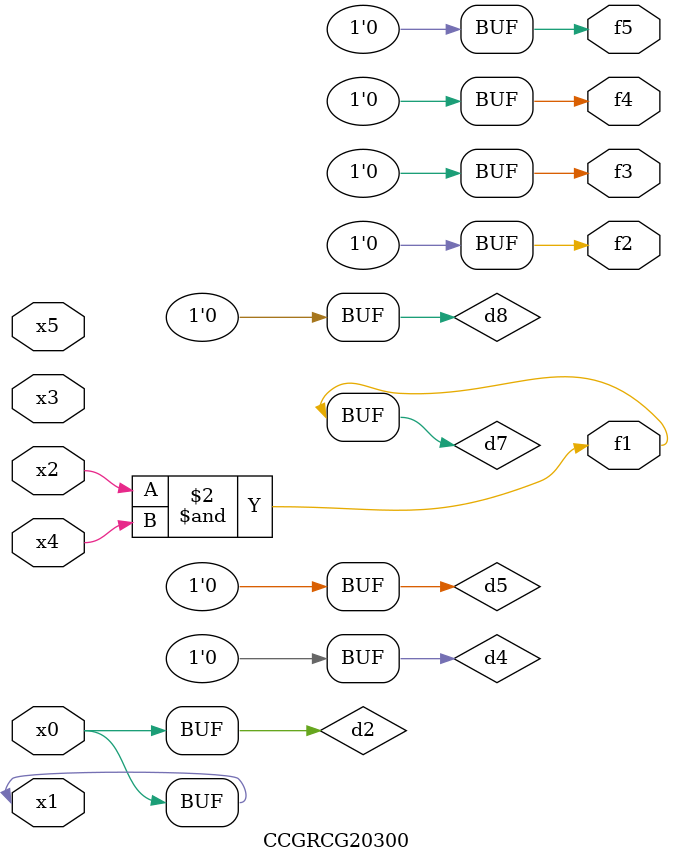
<source format=v>
module CCGRCG20300(
	input x0, x1, x2, x3, x4, x5,
	output f1, f2, f3, f4, f5
);

	wire d1, d2, d3, d4, d5, d6, d7, d8, d9;

	nand (d1, x1);
	buf (d2, x0, x1);
	nand (d3, x2, x4);
	and (d4, d1, d2);
	and (d5, d1, d2);
	nand (d6, d1, d3);
	not (d7, d3);
	xor (d8, d5);
	nor (d9, d5, d6);
	assign f1 = d7;
	assign f2 = d8;
	assign f3 = d8;
	assign f4 = d8;
	assign f5 = d8;
endmodule

</source>
